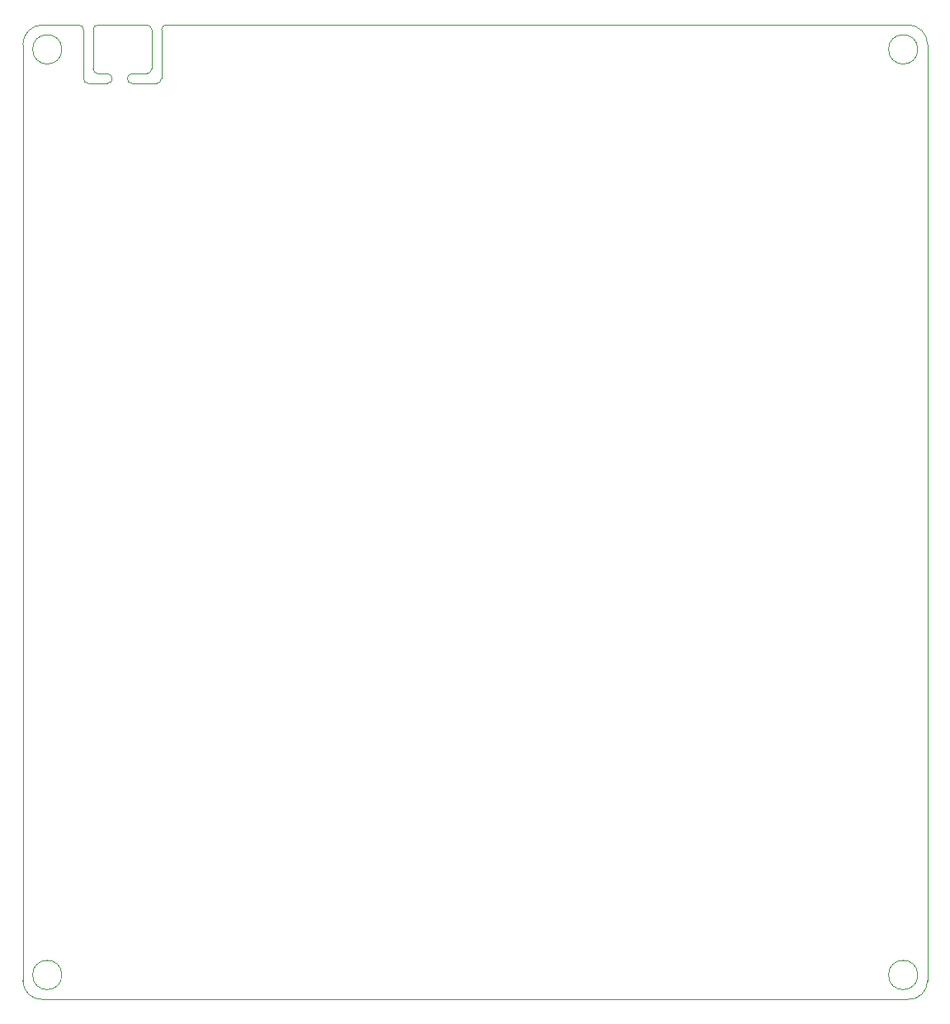
<source format=gm1>
G04 #@! TF.GenerationSoftware,KiCad,Pcbnew,(6.0.5)*
G04 #@! TF.CreationDate,2023-01-13T21:21:32+01:00*
G04 #@! TF.ProjectId,ruche,72756368-652e-46b6-9963-61645f706362,rev?*
G04 #@! TF.SameCoordinates,Original*
G04 #@! TF.FileFunction,Profile,NP*
%FSLAX46Y46*%
G04 Gerber Fmt 4.6, Leading zero omitted, Abs format (unit mm)*
G04 Created by KiCad (PCBNEW (6.0.5)) date 2023-01-13 21:21:32*
%MOMM*%
%LPD*%
G01*
G04 APERTURE LIST*
G04 #@! TA.AperFunction,Profile*
%ADD10C,0.050000*%
G04 #@! TD*
G04 APERTURE END LIST*
D10*
X88500000Y-169010000D02*
X177300000Y-169010000D01*
X99210000Y-69100000D02*
X94210000Y-69100000D01*
X179299975Y-71110000D02*
G75*
G03*
X177300000Y-69100000I-1999975J10000D01*
G01*
X86500000Y-80390000D02*
X86500000Y-167110000D01*
X95160000Y-74100000D02*
X94210000Y-74100000D01*
X99710000Y-69600000D02*
G75*
G03*
X99210000Y-69100000I-500000J0D01*
G01*
X92210000Y-69100000D02*
X88500000Y-69100000D01*
X99710000Y-73600000D02*
X99710000Y-69600000D01*
X178300000Y-71610000D02*
G75*
G03*
X178300000Y-71610000I-1500000J0D01*
G01*
X92710000Y-69600000D02*
X92710000Y-74600000D01*
X101210000Y-69100000D02*
X125900000Y-69100000D01*
X94210000Y-69100000D02*
G75*
G03*
X93710000Y-69600000I0J-500000D01*
G01*
X92710000Y-74600000D02*
G75*
G03*
X93210000Y-75100000I500000J0D01*
G01*
X97710000Y-74100000D02*
G75*
G03*
X97710000Y-75100000I0J-500000D01*
G01*
X90500000Y-166510000D02*
G75*
G03*
X90500000Y-166510000I-1500000J0D01*
G01*
X100710000Y-69600000D02*
X100710000Y-74600000D01*
X177300000Y-69100000D02*
X125900000Y-69100000D01*
X100210000Y-75100000D02*
X97710000Y-75100000D01*
X97710000Y-74100000D02*
X99210000Y-74100000D01*
X99210000Y-74100000D02*
G75*
G03*
X99710000Y-73600000I0J500000D01*
G01*
X88500000Y-69100025D02*
G75*
G03*
X86500000Y-71110000I10000J-2009975D01*
G01*
X177300000Y-169010000D02*
G75*
G03*
X179300000Y-167110000I97500J1900000D01*
G01*
X100210000Y-75100000D02*
G75*
G03*
X100710000Y-74600000I0J500000D01*
G01*
X86500000Y-167110000D02*
G75*
G03*
X88500000Y-169010000I1902500J0D01*
G01*
X101210000Y-69100000D02*
G75*
G03*
X100710000Y-69600000I0J-500000D01*
G01*
X178300000Y-166510000D02*
G75*
G03*
X178300000Y-166510000I-1500000J0D01*
G01*
X93710000Y-73600000D02*
X93710000Y-69600000D01*
X179300000Y-73610000D02*
X179300000Y-71110000D01*
X93710000Y-73600000D02*
G75*
G03*
X94210000Y-74100000I500000J0D01*
G01*
X93210000Y-75100000D02*
X95160000Y-75100000D01*
X92710000Y-69600000D02*
G75*
G03*
X92210000Y-69100000I-505000J-5000D01*
G01*
X86500000Y-80390000D02*
X86500000Y-71110000D01*
X95160000Y-75100000D02*
G75*
G03*
X95160000Y-74100000I0J500000D01*
G01*
X179300000Y-167110000D02*
X179300000Y-73610000D01*
X90500000Y-71610000D02*
G75*
G03*
X90500000Y-71610000I-1500000J0D01*
G01*
M02*

</source>
